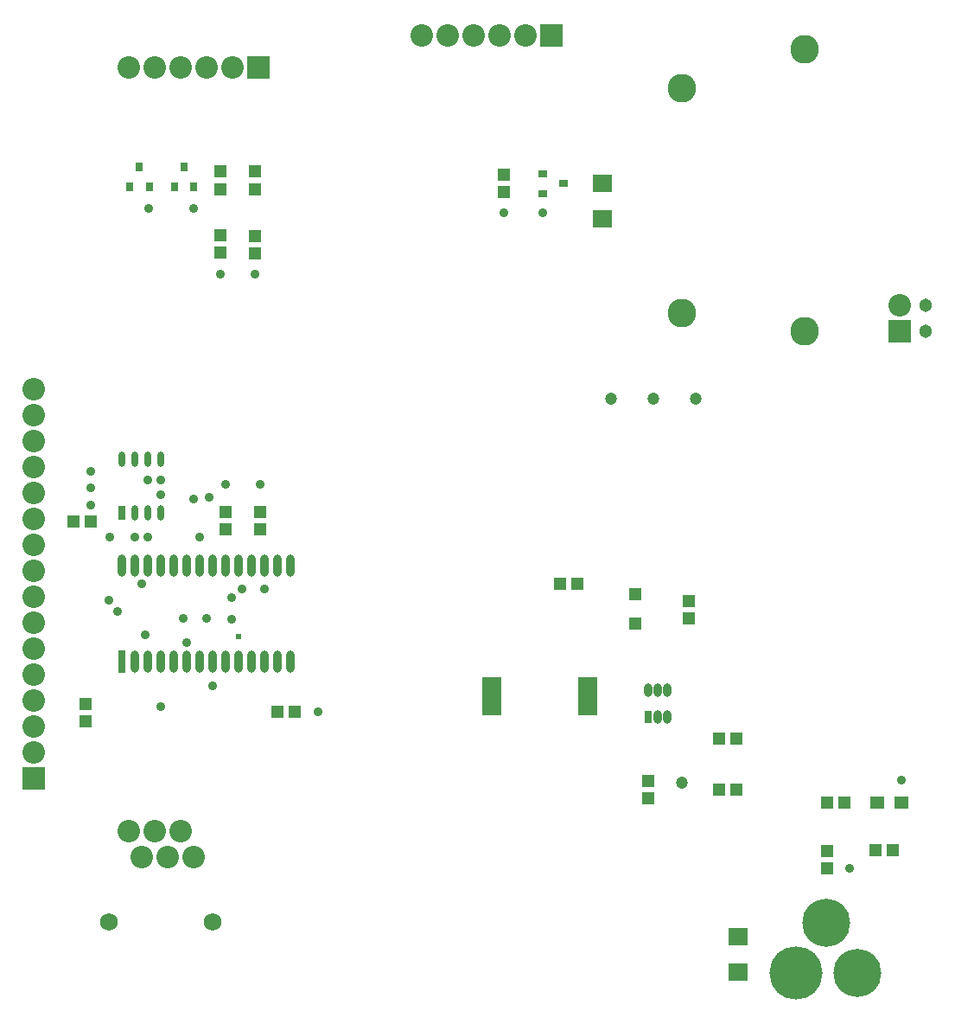
<source format=gts>
%FSLAX44Y44*%
%MOMM*%
G71*
G01*
G75*
G04 Layer_Color=8388736*
%ADD10R,1.1000X1.0000*%
%ADD11R,1.2500X1.1000*%
%ADD12R,1.0000X1.1000*%
%ADD13R,0.6000X0.7000*%
%ADD14O,0.6000X2.0000*%
%ADD15R,0.6000X2.0000*%
%ADD16R,1.6800X1.5200*%
%ADD17R,0.7000X0.6000*%
%ADD18O,0.5100X1.2700*%
%ADD19R,0.5100X1.2700*%
%ADD20R,1.7800X3.5600*%
%ADD21R,1.1000X1.1000*%
%ADD22R,0.6000X1.1000*%
%ADD23O,0.6000X1.1000*%
%ADD24C,0.5000*%
%ADD25C,0.2540*%
%ADD26C,0.2000*%
%ADD27C,0.3000*%
%ADD28C,0.6000*%
%ADD29C,1.0000*%
%ADD30C,1.5000*%
%ADD31C,2.0000*%
%ADD32C,2.6000*%
%ADD33R,2.0000X2.0000*%
%ADD34C,2.0000*%
%ADD35C,1.1000*%
%ADD36C,1.5240*%
%ADD37R,2.0000X2.0000*%
%ADD38C,4.5000*%
%ADD39C,5.0000*%
%ADD40C,0.4000*%
%ADD41C,0.7000*%
%ADD42C,1.0000*%
%ADD43C,0.1000*%
%ADD44R,1.3032X1.2032*%
%ADD45R,1.4532X1.3032*%
%ADD46R,1.2032X1.3032*%
%ADD47R,0.8032X0.9032*%
%ADD48O,0.8032X2.2032*%
%ADD49R,0.8032X2.2032*%
%ADD50R,1.8832X1.7232*%
%ADD51R,0.9032X0.8032*%
%ADD52O,0.7132X1.4732*%
%ADD53R,0.7132X1.4732*%
%ADD54R,1.9832X3.7632*%
%ADD55R,1.3032X1.3032*%
%ADD56R,0.8032X1.3032*%
%ADD57O,0.8032X1.3032*%
%ADD58C,2.8032*%
%ADD59R,2.2032X2.2032*%
%ADD60C,2.2032*%
%ADD61C,1.3032*%
%ADD62C,1.7272*%
%ADD63R,2.2032X2.2032*%
%ADD64C,4.7032*%
%ADD65C,5.2032*%
%ADD66C,0.6032*%
%ADD67C,0.9032*%
%ADD68C,1.2032*%
D44*
X823540Y196000D02*
D03*
X840540D02*
D03*
X871020Y149010D02*
D03*
X888020D02*
D03*
X734821Y258850D02*
D03*
X717821D02*
D03*
X717821Y208600D02*
D03*
X734821D02*
D03*
X285750Y284480D02*
D03*
X302750D02*
D03*
X85250Y471250D02*
D03*
X102250D02*
D03*
X579071Y410000D02*
D03*
X562071D02*
D03*
D45*
X872920Y196000D02*
D03*
X896420D02*
D03*
D46*
X823540Y148630D02*
D03*
Y131630D02*
D03*
X506912Y793622D02*
D03*
Y810622D02*
D03*
X263379Y813548D02*
D03*
Y796548D02*
D03*
X229382Y813548D02*
D03*
Y796548D02*
D03*
X263379Y750570D02*
D03*
Y733570D02*
D03*
X229382Y751058D02*
D03*
Y734058D02*
D03*
X234315Y480550D02*
D03*
Y463550D02*
D03*
X268605D02*
D03*
Y480550D02*
D03*
X97790Y275100D02*
D03*
Y292100D02*
D03*
X648321Y200100D02*
D03*
Y217100D02*
D03*
X688321Y393500D02*
D03*
Y376500D02*
D03*
D47*
X184615Y798532D02*
D03*
X203615D02*
D03*
X194115Y818532D02*
D03*
X140849Y798532D02*
D03*
X159849D02*
D03*
X150349Y818532D02*
D03*
D48*
X298450Y428000D02*
D03*
X285750D02*
D03*
X273050D02*
D03*
X260350D02*
D03*
X247650D02*
D03*
X234950D02*
D03*
X222250D02*
D03*
X209550D02*
D03*
X196850D02*
D03*
X184150D02*
D03*
X171450D02*
D03*
X158750D02*
D03*
X146050D02*
D03*
X133350D02*
D03*
X298450Y334000D02*
D03*
X285750D02*
D03*
X273050D02*
D03*
X260350D02*
D03*
X247650D02*
D03*
X234950D02*
D03*
X222250D02*
D03*
X209550D02*
D03*
X196850D02*
D03*
X184150D02*
D03*
X171450D02*
D03*
X158750D02*
D03*
X146050D02*
D03*
D49*
X133350D02*
D03*
D50*
X603652Y767188D02*
D03*
Y801688D02*
D03*
X737000Y64250D02*
D03*
Y29750D02*
D03*
D51*
X545552Y811188D02*
D03*
Y792188D02*
D03*
X565552Y801688D02*
D03*
D52*
X171450Y531810D02*
D03*
X158750D02*
D03*
X146050D02*
D03*
X133350D02*
D03*
X171450Y479110D02*
D03*
X158750D02*
D03*
X146050D02*
D03*
D53*
X133350D02*
D03*
D54*
X589821Y299850D02*
D03*
X495821D02*
D03*
D55*
X635821Y370850D02*
D03*
Y399850D02*
D03*
D56*
X648321Y279350D02*
D03*
D57*
X657821D02*
D03*
X667321D02*
D03*
X648321Y306350D02*
D03*
X657821D02*
D03*
X667321D02*
D03*
D58*
X802000Y657335D02*
D03*
Y933335D02*
D03*
X682000Y895335D02*
D03*
Y675335D02*
D03*
D59*
X895070Y657352D02*
D03*
X46990Y219710D02*
D03*
D60*
X895070Y682752D02*
D03*
X139700Y167640D02*
D03*
X152400Y142240D02*
D03*
X177800D02*
D03*
X165100Y167640D02*
D03*
X190500D02*
D03*
X203200Y142240D02*
D03*
X426500Y946670D02*
D03*
X451900D02*
D03*
X477300D02*
D03*
X502700D02*
D03*
X528100D02*
D03*
X46990Y245110D02*
D03*
Y270510D02*
D03*
Y295910D02*
D03*
Y321310D02*
D03*
Y346710D02*
D03*
Y372110D02*
D03*
Y397510D02*
D03*
Y422910D02*
D03*
Y448310D02*
D03*
Y473710D02*
D03*
Y499110D02*
D03*
Y524510D02*
D03*
Y549910D02*
D03*
Y575310D02*
D03*
Y600710D02*
D03*
X241300Y915670D02*
D03*
X215900D02*
D03*
X190500D02*
D03*
X165100D02*
D03*
X139700D02*
D03*
D61*
X920470Y682752D02*
D03*
Y657352D02*
D03*
D62*
X120700Y78640D02*
D03*
X222300D02*
D03*
D63*
X553500Y946670D02*
D03*
X266700Y915670D02*
D03*
D64*
X853613Y29017D02*
D03*
X823113Y78017D02*
D03*
D65*
X793613Y29017D02*
D03*
D66*
X247500Y358824D02*
D03*
D67*
X171450Y289480D02*
D03*
X102250Y503714D02*
D03*
Y520500D02*
D03*
Y486928D02*
D03*
X152480Y410288D02*
D03*
X845889Y131797D02*
D03*
X896351Y217967D02*
D03*
X156000Y360000D02*
D03*
X129000Y383000D02*
D03*
X120650Y394000D02*
D03*
X121000Y456000D02*
D03*
X229405Y713338D02*
D03*
X263391D02*
D03*
X325330Y284646D02*
D03*
X240665Y396240D02*
D03*
X159684Y777510D02*
D03*
X203517D02*
D03*
X545552Y773002D02*
D03*
X506912D02*
D03*
X222163Y310000D02*
D03*
X250750Y405000D02*
D03*
X234315Y507250D02*
D03*
X268605D02*
D03*
X171450Y497536D02*
D03*
X218226Y494879D02*
D03*
X203200Y492760D02*
D03*
X171450Y511810D02*
D03*
X209550Y455930D02*
D03*
X146050D02*
D03*
X215900Y375920D02*
D03*
X158750Y455930D02*
D03*
Y511810D02*
D03*
X193040Y375920D02*
D03*
X240665Y375285D02*
D03*
X196850Y352350D02*
D03*
X273050Y405130D02*
D03*
D68*
X612500Y591000D02*
D03*
X654000D02*
D03*
X695500D02*
D03*
X682000Y215000D02*
D03*
M02*

</source>
